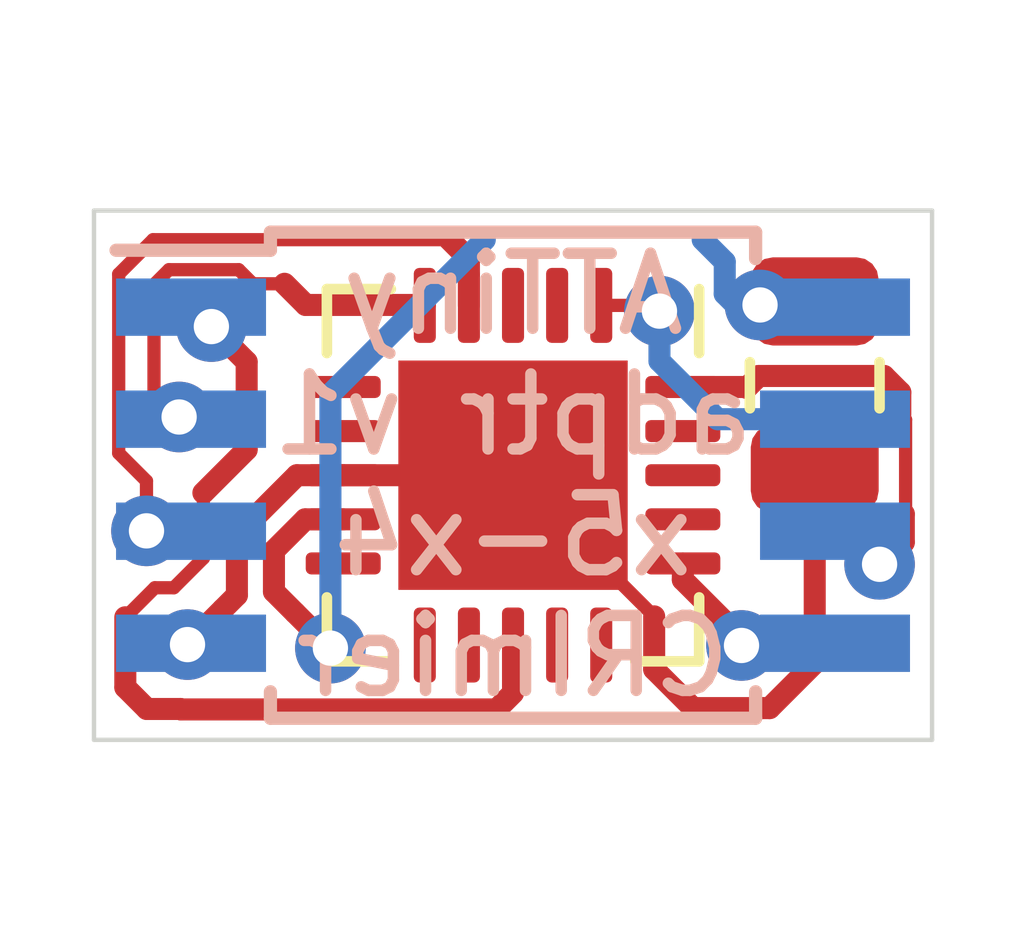
<source format=kicad_pcb>
(kicad_pcb (version 20171130) (host pcbnew 5.1.5+dfsg1-2build2)

  (general
    (thickness 1.6)
    (drawings 5)
    (tracks 94)
    (zones 0)
    (modules 3)
    (nets 21)
  )

  (page A4)
  (layers
    (0 F.Cu signal)
    (31 B.Cu signal)
    (32 B.Adhes user)
    (33 F.Adhes user)
    (34 B.Paste user)
    (35 F.Paste user)
    (36 B.SilkS user)
    (37 F.SilkS user)
    (38 B.Mask user)
    (39 F.Mask user)
    (40 Dwgs.User user)
    (41 Cmts.User user)
    (42 Eco1.User user)
    (43 Eco2.User user)
    (44 Edge.Cuts user)
    (45 Margin user)
    (46 B.CrtYd user)
    (47 F.CrtYd user)
    (48 B.Fab user)
    (49 F.Fab user)
  )

  (setup
    (last_trace_width 0.25)
    (user_trace_width 0.15)
    (trace_clearance 0.17)
    (zone_clearance 0.508)
    (zone_45_only no)
    (trace_min 0.15)
    (via_size 0.8)
    (via_drill 0.4)
    (via_min_size 0.4)
    (via_min_drill 0.3)
    (uvia_size 0.3)
    (uvia_drill 0.1)
    (uvias_allowed no)
    (uvia_min_size 0.2)
    (uvia_min_drill 0.1)
    (edge_width 0.05)
    (segment_width 0.2)
    (pcb_text_width 0.3)
    (pcb_text_size 1.5 1.5)
    (mod_edge_width 0.12)
    (mod_text_size 1 1)
    (mod_text_width 0.15)
    (pad_size 1.524 1.524)
    (pad_drill 0.762)
    (pad_to_mask_clearance 0.051)
    (solder_mask_min_width 0.25)
    (aux_axis_origin 154.75 97)
    (visible_elements FFFFFF7F)
    (pcbplotparams
      (layerselection 0x010fc_ffffffff)
      (usegerberextensions true)
      (usegerberattributes false)
      (usegerberadvancedattributes false)
      (creategerberjobfile false)
      (excludeedgelayer true)
      (linewidth 0.100000)
      (plotframeref false)
      (viasonmask false)
      (mode 1)
      (useauxorigin true)
      (hpglpennumber 1)
      (hpglpenspeed 20)
      (hpglpendiameter 15.000000)
      (psnegative false)
      (psa4output false)
      (plotreference false)
      (plotvalue false)
      (plotinvisibletext false)
      (padsonsilk false)
      (subtractmaskfromsilk true)
      (outputformat 1)
      (mirror false)
      (drillshape 0)
      (scaleselection 1)
      (outputdirectory "gerbers/"))
  )

  (net 0 "")
  (net 1 GND)
  (net 2 MISO+PWM)
  (net 3 "Net-(U1-Pad19)")
  (net 4 "Net-(U1-Pad18)")
  (net 5 "Net-(U1-Pad17)")
  (net 6 MOSI+SDA)
  (net 7 "Net-(U1-Pad15)")
  (net 8 "Net-(U1-Pad14)")
  (net 9 ~RESET)
  (net 10 XTAL2)
  (net 11 XTAL1)
  (net 12 "Net-(U1-Pad10)")
  (net 13 VCC)
  (net 14 "Net-(U1-Pad7)")
  (net 15 "Net-(U1-Pad6)")
  (net 16 A0)
  (net 17 A1)
  (net 18 "Net-(U1-Pad3)")
  (net 19 "Net-(U1-Pad2)")
  (net 20 SCK+SCL)

  (net_class Default "This is the default net class."
    (clearance 0.17)
    (trace_width 0.25)
    (via_dia 0.8)
    (via_drill 0.4)
    (uvia_dia 0.3)
    (uvia_drill 0.1)
    (add_net A0)
    (add_net A1)
    (add_net GND)
    (add_net MISO+PWM)
    (add_net MOSI+SDA)
    (add_net "Net-(U1-Pad10)")
    (add_net "Net-(U1-Pad14)")
    (add_net "Net-(U1-Pad15)")
    (add_net "Net-(U1-Pad17)")
    (add_net "Net-(U1-Pad18)")
    (add_net "Net-(U1-Pad19)")
    (add_net "Net-(U1-Pad2)")
    (add_net "Net-(U1-Pad3)")
    (add_net "Net-(U1-Pad6)")
    (add_net "Net-(U1-Pad7)")
    (add_net SCK+SCL)
    (add_net VCC)
    (add_net XTAL1)
    (add_net XTAL2)
    (add_net ~RESET)
  )

  (module Capacitor_SMD:C_0805_2012Metric (layer F.Cu) (tedit 5F68FEEE) (tstamp 618A35F8)
    (at 153.42 98.98 270)
    (descr "Capacitor SMD 0805 (2012 Metric), square (rectangular) end terminal, IPC_7351 nominal, (Body size source: IPC-SM-782 page 76, https://www.pcb-3d.com/wordpress/wp-content/uploads/ipc-sm-782a_amendment_1_and_2.pdf, https://docs.google.com/spreadsheets/d/1BsfQQcO9C6DZCsRaXUlFlo91Tg2WpOkGARC1WS5S8t0/edit?usp=sharing), generated with kicad-footprint-generator")
    (tags capacitor)
    (path /618C9069)
    (attr smd)
    (fp_text reference C1 (at 0 -1.68 90) (layer F.SilkS) hide
      (effects (font (size 1 1) (thickness 0.15)))
    )
    (fp_text value 100nF (at 0 1.68 90) (layer F.Fab)
      (effects (font (size 1 1) (thickness 0.15)))
    )
    (fp_text user %R (at 0 0 90) (layer F.Fab)
      (effects (font (size 0.5 0.5) (thickness 0.08)))
    )
    (fp_line (start 1.7 0.98) (end -1.7 0.98) (layer F.CrtYd) (width 0.05))
    (fp_line (start 1.7 -0.98) (end 1.7 0.98) (layer F.CrtYd) (width 0.05))
    (fp_line (start -1.7 -0.98) (end 1.7 -0.98) (layer F.CrtYd) (width 0.05))
    (fp_line (start -1.7 0.98) (end -1.7 -0.98) (layer F.CrtYd) (width 0.05))
    (fp_line (start -0.261252 0.735) (end 0.261252 0.735) (layer F.SilkS) (width 0.12))
    (fp_line (start -0.261252 -0.735) (end 0.261252 -0.735) (layer F.SilkS) (width 0.12))
    (fp_line (start 1 0.625) (end -1 0.625) (layer F.Fab) (width 0.1))
    (fp_line (start 1 -0.625) (end 1 0.625) (layer F.Fab) (width 0.1))
    (fp_line (start -1 -0.625) (end 1 -0.625) (layer F.Fab) (width 0.1))
    (fp_line (start -1 0.625) (end -1 -0.625) (layer F.Fab) (width 0.1))
    (pad 2 smd roundrect (at 0.95 0 270) (size 1 1.45) (layers F.Cu F.Paste F.Mask) (roundrect_rratio 0.25)
      (net 1 GND))
    (pad 1 smd roundrect (at -0.95 0 270) (size 1 1.45) (layers F.Cu F.Paste F.Mask) (roundrect_rratio 0.25)
      (net 13 VCC))
    (model ${KISYS3DMOD}/Capacitor_SMD.3dshapes/C_0805_2012Metric.wrl
      (at (xyz 0 0 0))
      (scale (xyz 1 1 1))
      (rotate (xyz 0 0 0))
    )
  )

  (module attiny_x4-x5_adapter:SOIJ-8_5.3x5.3mm_P1.27mm_Flipped (layer F.Cu) (tedit 5A02F2D3) (tstamp 618A18AC)
    (at 150 100)
    (descr "8-Lead Plastic Small Outline (SM) - Medium, 5.28 mm Body [SOIC] (see Microchip Packaging Specification 00000049BS.pdf)")
    (tags "SOIC 1.27")
    (path /618AD33D)
    (attr smd)
    (fp_text reference U2 (at 0 -3.68) (layer B.SilkS) hide
      (effects (font (size 1 1) (thickness 0.15)))
    )
    (fp_text value ATtiny85-20SU (at 0 3.68) (layer B.Fab)
      (effects (font (size 1 1) (thickness 0.15)))
    )
    (fp_line (start -2.75 -2.55) (end -4.5 -2.55) (layer B.SilkS) (width 0.15))
    (fp_line (start -2.75 2.755) (end 2.75 2.755) (layer B.SilkS) (width 0.15))
    (fp_line (start -2.75 -2.755) (end 2.75 -2.755) (layer B.SilkS) (width 0.15))
    (fp_line (start -2.75 2.755) (end -2.75 2.455) (layer B.SilkS) (width 0.15))
    (fp_line (start 2.75 2.755) (end 2.75 2.455) (layer B.SilkS) (width 0.15))
    (fp_line (start 2.75 -2.755) (end 2.75 -2.455) (layer B.SilkS) (width 0.15))
    (fp_line (start -2.75 -2.755) (end -2.75 -2.55) (layer B.SilkS) (width 0.15))
    (fp_line (start -4.75 2.95) (end 4.75 2.95) (layer B.CrtYd) (width 0.05))
    (fp_line (start -4.75 -2.95) (end 4.75 -2.95) (layer B.CrtYd) (width 0.05))
    (fp_line (start 4.75 -2.95) (end 4.75 2.95) (layer B.CrtYd) (width 0.05))
    (fp_line (start -4.75 -2.95) (end -4.75 2.95) (layer B.CrtYd) (width 0.05))
    (fp_line (start -2.65 -1.65) (end -1.65 -2.65) (layer B.Fab) (width 0.15))
    (fp_line (start -2.65 2.65) (end -2.65 -1.65) (layer B.Fab) (width 0.15))
    (fp_line (start 2.65 2.65) (end -2.65 2.65) (layer B.Fab) (width 0.15))
    (fp_line (start 2.65 -2.65) (end 2.65 2.65) (layer B.Fab) (width 0.15))
    (fp_line (start -1.65 -2.65) (end 2.65 -2.65) (layer B.Fab) (width 0.15))
    (fp_text user %R (at 0 0) (layer B.Fab)
      (effects (font (size 1 1) (thickness 0.15)))
    )
    (pad 8 smd rect (at 3.65 -1.905) (size 1.7 0.65) (layers B.Cu B.Paste B.Mask)
      (net 13 VCC))
    (pad 7 smd rect (at 3.65 -0.635) (size 1.7 0.65) (layers B.Cu B.Paste B.Mask)
      (net 20 SCK+SCL))
    (pad 6 smd rect (at 3.65 0.635) (size 1.7 0.65) (layers B.Cu B.Paste B.Mask)
      (net 2 MISO+PWM))
    (pad 5 smd rect (at 3.65 1.905) (size 1.7 0.65) (layers B.Cu B.Paste B.Mask)
      (net 6 MOSI+SDA))
    (pad 4 smd rect (at -3.65 1.905) (size 1.7 0.65) (layers B.Cu B.Paste B.Mask)
      (net 1 GND))
    (pad 3 smd rect (at -3.65 0.635) (size 1.7 0.65) (layers B.Cu B.Paste B.Mask)
      (net 17 A1))
    (pad 2 smd rect (at -3.65 -0.635) (size 1.7 0.65) (layers B.Cu B.Paste B.Mask)
      (net 16 A0))
    (pad 1 smd rect (at -3.65 -1.905) (size 1.7 0.65) (layers B.Cu B.Paste B.Mask)
      (net 9 ~RESET))
  )

  (module Package_DFN_QFN:QFN-20-1EP_4x4mm_P0.5mm_EP2.6x2.6mm (layer F.Cu) (tedit 5DC5F6A3) (tstamp 618A188F)
    (at 150 100 270)
    (descr "QFN, 20 Pin (http://ww1.microchip.com/downloads/en/DeviceDoc/doc2535.pdf#page=164), generated with kicad-footprint-generator ipc_noLead_generator.py")
    (tags "QFN NoLead")
    (path /618B5DB5)
    (attr smd)
    (fp_text reference U1 (at 0 -3.3 90) (layer F.SilkS) hide
      (effects (font (size 1 1) (thickness 0.15)))
    )
    (fp_text value ATtiny84A-MU (at 0 3.3 90) (layer F.Fab)
      (effects (font (size 1 1) (thickness 0.15)))
    )
    (fp_text user %R (at 0 0 90) (layer F.Fab)
      (effects (font (size 1 1) (thickness 0.15)))
    )
    (fp_line (start 2.6 -2.6) (end -2.6 -2.6) (layer F.CrtYd) (width 0.05))
    (fp_line (start 2.6 2.6) (end 2.6 -2.6) (layer F.CrtYd) (width 0.05))
    (fp_line (start -2.6 2.6) (end 2.6 2.6) (layer F.CrtYd) (width 0.05))
    (fp_line (start -2.6 -2.6) (end -2.6 2.6) (layer F.CrtYd) (width 0.05))
    (fp_line (start -2 -1) (end -1 -2) (layer F.Fab) (width 0.1))
    (fp_line (start -2 2) (end -2 -1) (layer F.Fab) (width 0.1))
    (fp_line (start 2 2) (end -2 2) (layer F.Fab) (width 0.1))
    (fp_line (start 2 -2) (end 2 2) (layer F.Fab) (width 0.1))
    (fp_line (start -1 -2) (end 2 -2) (layer F.Fab) (width 0.1))
    (fp_line (start -1.385 -2.11) (end -2.11 -2.11) (layer F.SilkS) (width 0.12))
    (fp_line (start 2.11 2.11) (end 2.11 1.385) (layer F.SilkS) (width 0.12))
    (fp_line (start 1.385 2.11) (end 2.11 2.11) (layer F.SilkS) (width 0.12))
    (fp_line (start -2.11 2.11) (end -2.11 1.385) (layer F.SilkS) (width 0.12))
    (fp_line (start -1.385 2.11) (end -2.11 2.11) (layer F.SilkS) (width 0.12))
    (fp_line (start 2.11 -2.11) (end 2.11 -1.385) (layer F.SilkS) (width 0.12))
    (fp_line (start 1.385 -2.11) (end 2.11 -2.11) (layer F.SilkS) (width 0.12))
    (pad "" smd roundrect (at 0.65 0.65 270) (size 1.05 1.05) (layers F.Paste) (roundrect_rratio 0.238095))
    (pad "" smd roundrect (at 0.65 -0.65 270) (size 1.05 1.05) (layers F.Paste) (roundrect_rratio 0.238095))
    (pad "" smd roundrect (at -0.65 0.65 270) (size 1.05 1.05) (layers F.Paste) (roundrect_rratio 0.238095))
    (pad "" smd roundrect (at -0.65 -0.65 270) (size 1.05 1.05) (layers F.Paste) (roundrect_rratio 0.238095))
    (pad 21 smd rect (at 0 0 270) (size 2.6 2.6) (layers F.Cu F.Mask)
      (net 1 GND))
    (pad 20 smd roundrect (at -1 -1.925 270) (size 0.25 0.85) (layers F.Cu F.Paste F.Mask) (roundrect_rratio 0.25)
      (net 2 MISO+PWM))
    (pad 19 smd roundrect (at -0.5 -1.925 270) (size 0.25 0.85) (layers F.Cu F.Paste F.Mask) (roundrect_rratio 0.25)
      (net 3 "Net-(U1-Pad19)"))
    (pad 18 smd roundrect (at 0 -1.925 270) (size 0.25 0.85) (layers F.Cu F.Paste F.Mask) (roundrect_rratio 0.25)
      (net 4 "Net-(U1-Pad18)"))
    (pad 17 smd roundrect (at 0.5 -1.925 270) (size 0.25 0.85) (layers F.Cu F.Paste F.Mask) (roundrect_rratio 0.25)
      (net 5 "Net-(U1-Pad17)"))
    (pad 16 smd roundrect (at 1 -1.925 270) (size 0.25 0.85) (layers F.Cu F.Paste F.Mask) (roundrect_rratio 0.25)
      (net 6 MOSI+SDA))
    (pad 15 smd roundrect (at 1.925 -1 270) (size 0.85 0.25) (layers F.Cu F.Paste F.Mask) (roundrect_rratio 0.25)
      (net 7 "Net-(U1-Pad15)"))
    (pad 14 smd roundrect (at 1.925 -0.5 270) (size 0.85 0.25) (layers F.Cu F.Paste F.Mask) (roundrect_rratio 0.25)
      (net 8 "Net-(U1-Pad14)"))
    (pad 13 smd roundrect (at 1.925 0 270) (size 0.85 0.25) (layers F.Cu F.Paste F.Mask) (roundrect_rratio 0.25)
      (net 9 ~RESET))
    (pad 12 smd roundrect (at 1.925 0.5 270) (size 0.85 0.25) (layers F.Cu F.Paste F.Mask) (roundrect_rratio 0.25)
      (net 10 XTAL2))
    (pad 11 smd roundrect (at 1.925 1 270) (size 0.85 0.25) (layers F.Cu F.Paste F.Mask) (roundrect_rratio 0.25)
      (net 11 XTAL1))
    (pad 10 smd roundrect (at 1 1.925 270) (size 0.25 0.85) (layers F.Cu F.Paste F.Mask) (roundrect_rratio 0.25)
      (net 12 "Net-(U1-Pad10)"))
    (pad 9 smd roundrect (at 0.5 1.925 270) (size 0.25 0.85) (layers F.Cu F.Paste F.Mask) (roundrect_rratio 0.25)
      (net 13 VCC))
    (pad 8 smd roundrect (at 0 1.925 270) (size 0.25 0.85) (layers F.Cu F.Paste F.Mask) (roundrect_rratio 0.25)
      (net 1 GND))
    (pad 7 smd roundrect (at -0.5 1.925 270) (size 0.25 0.85) (layers F.Cu F.Paste F.Mask) (roundrect_rratio 0.25)
      (net 14 "Net-(U1-Pad7)"))
    (pad 6 smd roundrect (at -1 1.925 270) (size 0.25 0.85) (layers F.Cu F.Paste F.Mask) (roundrect_rratio 0.25)
      (net 15 "Net-(U1-Pad6)"))
    (pad 5 smd roundrect (at -1.925 1 270) (size 0.85 0.25) (layers F.Cu F.Paste F.Mask) (roundrect_rratio 0.25)
      (net 16 A0))
    (pad 4 smd roundrect (at -1.925 0.5 270) (size 0.85 0.25) (layers F.Cu F.Paste F.Mask) (roundrect_rratio 0.25)
      (net 17 A1))
    (pad 3 smd roundrect (at -1.925 0 270) (size 0.85 0.25) (layers F.Cu F.Paste F.Mask) (roundrect_rratio 0.25)
      (net 18 "Net-(U1-Pad3)"))
    (pad 2 smd roundrect (at -1.925 -0.5 270) (size 0.85 0.25) (layers F.Cu F.Paste F.Mask) (roundrect_rratio 0.25)
      (net 19 "Net-(U1-Pad2)"))
    (pad 1 smd roundrect (at -1.925 -1 270) (size 0.85 0.25) (layers F.Cu F.Paste F.Mask) (roundrect_rratio 0.25)
      (net 20 SCK+SCL))
    (model ${KISYS3DMOD}/Package_DFN_QFN.3dshapes/QFN-20-1EP_4x4mm_P0.5mm_EP2.6x2.6mm.wrl
      (at (xyz 0 0 0))
      (scale (xyz 1 1 1))
      (rotate (xyz 0 0 0))
    )
  )

  (gr_text "ATTiny\nadptr v1\nx5-x4\nCRImier" (at 150 100) (layer B.SilkS)
    (effects (font (size 0.85 0.85) (thickness 0.13)) (justify mirror))
  )
  (gr_line (start 154.75 97) (end 145.25 97) (layer Edge.Cuts) (width 0.05) (tstamp 618A2F2B))
  (gr_line (start 154.75 103) (end 154.75 97) (layer Edge.Cuts) (width 0.05))
  (gr_line (start 145.25 103) (end 154.75 103) (layer Edge.Cuts) (width 0.05))
  (gr_line (start 145.25 97) (end 145.25 103) (layer Edge.Cuts) (width 0.05))

  (segment (start 148.075 100) (end 150 100) (width 0.25) (layer F.Cu) (net 1))
  (segment (start 146.710001 101.520001) (end 146.310002 101.92) (width 0.25) (layer F.Cu) (net 1))
  (segment (start 147.550417 100) (end 146.869989 100.680428) (width 0.25) (layer F.Cu) (net 1))
  (segment (start 148.075 100) (end 147.550417 100) (width 0.25) (layer F.Cu) (net 1))
  (via (at 146.310002 101.92) (size 0.8) (drill 0.4) (layers F.Cu B.Cu) (net 1))
  (segment (start 146.869989 101.360013) (end 146.710001 101.520001) (width 0.25) (layer F.Cu) (net 1))
  (segment (start 146.869989 100.680428) (end 146.869989 101.360013) (width 0.25) (layer F.Cu) (net 1))
  (segment (start 150 100) (end 151.6 101.6) (width 0.15) (layer F.Cu) (net 1))
  (segment (start 151.6 102.2) (end 151.6 101.6) (width 0.25) (layer F.Cu) (net 1))
  (segment (start 152.04 102.64) (end 151.6 102.2) (width 0.25) (layer F.Cu) (net 1))
  (segment (start 152.04 102.64) (end 152.82 102.64) (width 0.25) (layer F.Cu) (net 1))
  (segment (start 152.908602 102.64) (end 152.82 102.64) (width 0.25) (layer F.Cu) (net 1))
  (segment (start 153.42 102.128602) (end 152.908602 102.64) (width 0.25) (layer F.Cu) (net 1))
  (segment (start 153.42 99.93) (end 153.42 102.128602) (width 0.25) (layer F.Cu) (net 1))
  (via (at 154.155 101.009998) (size 0.8) (drill 0.4) (layers F.Cu B.Cu) (net 2))
  (segment (start 154.024998 101.009998) (end 153.65 100.635) (width 0.25) (layer B.Cu) (net 2))
  (segment (start 154.155 101.009998) (end 154.024998 101.009998) (width 0.25) (layer B.Cu) (net 2))
  (segment (start 154.180002 101.009998) (end 154.42999 100.76001) (width 0.25) (layer F.Cu) (net 2))
  (segment (start 154.155 101.009998) (end 154.180002 101.009998) (width 0.25) (layer F.Cu) (net 2))
  (segment (start 154.42999 100.43999) (end 154.417881 100.427881) (width 0.25) (layer F.Cu) (net 2))
  (segment (start 154.42999 100.76001) (end 154.42999 100.43999) (width 0.25) (layer F.Cu) (net 2))
  (segment (start 152.64 99) (end 151.925 99) (width 0.25) (layer F.Cu) (net 2))
  (segment (start 152.65 99.01) (end 152.64 99) (width 0.25) (layer F.Cu) (net 2))
  (segment (start 152.785 98.875) (end 152.65 99.01) (width 0.25) (layer F.Cu) (net 2))
  (segment (start 154.205 98.875) (end 152.785 98.875) (width 0.25) (layer F.Cu) (net 2))
  (segment (start 154.39001 99.06001) (end 154.205 98.875) (width 0.25) (layer F.Cu) (net 2))
  (segment (start 154.39001 99.30999) (end 154.39001 99.06001) (width 0.25) (layer F.Cu) (net 2))
  (segment (start 154.45 100.714998) (end 154.155 101.009998) (width 0.15) (layer F.Cu) (net 2))
  (segment (start 154.45 99.36998) (end 154.45 100.714998) (width 0.15) (layer F.Cu) (net 2))
  (segment (start 154.39001 99.30999) (end 154.45 99.36998) (width 0.15) (layer F.Cu) (net 2))
  (segment (start 151.925 101) (end 151.925 101.185) (width 0.25) (layer F.Cu) (net 6))
  (via (at 152.59 101.93) (size 0.8) (drill 0.4) (layers F.Cu B.Cu) (net 6))
  (segment (start 152.59 101.85) (end 152.59 101.93) (width 0.25) (layer F.Cu) (net 6))
  (segment (start 151.925 101.185) (end 152.59 101.85) (width 0.25) (layer F.Cu) (net 6))
  (segment (start 153.625 101.93) (end 153.65 101.905) (width 0.25) (layer B.Cu) (net 6))
  (segment (start 152.59 101.93) (end 153.625 101.93) (width 0.25) (layer B.Cu) (net 6))
  (via (at 146.580681 98.315) (size 0.8) (drill 0.4) (layers F.Cu B.Cu) (net 9))
  (segment (start 146.490012 100.940252) (end 146.490012 100.199988) (width 0.15) (layer F.Cu) (net 9))
  (segment (start 145.939744 101.275652) (end 146.154612 101.275652) (width 0.15) (layer F.Cu) (net 9))
  (segment (start 145.604998 101.610398) (end 145.939744 101.275652) (width 0.15) (layer F.Cu) (net 9))
  (segment (start 146.154612 101.275652) (end 146.490012 100.940252) (width 0.15) (layer F.Cu) (net 9))
  (segment (start 150 102.41) (end 150 102.47) (width 0.15) (layer F.Cu) (net 9))
  (segment (start 150 102.41) (end 150 101.925) (width 0.25) (layer F.Cu) (net 9))
  (segment (start 146.98068 98.714999) (end 146.580681 98.315) (width 0.25) (layer F.Cu) (net 9))
  (segment (start 146.98068 99.70932) (end 146.98068 98.714999) (width 0.25) (layer F.Cu) (net 9))
  (segment (start 146.490012 100.199988) (end 146.98068 99.70932) (width 0.25) (layer F.Cu) (net 9))
  (segment (start 146.23 102.65) (end 146.235001 102.655001) (width 0.25) (layer F.Cu) (net 9))
  (segment (start 149.814999 102.655001) (end 150 102.47) (width 0.25) (layer F.Cu) (net 9))
  (segment (start 146.235001 102.655001) (end 149.814999 102.655001) (width 0.25) (layer F.Cu) (net 9))
  (segment (start 145.85 102.65) (end 146.23 102.65) (width 0.25) (layer F.Cu) (net 9))
  (segment (start 145.604998 102.404998) (end 145.85 102.65) (width 0.25) (layer F.Cu) (net 9))
  (segment (start 145.604998 101.610398) (end 145.604998 102.404998) (width 0.25) (layer F.Cu) (net 9))
  (via (at 147.93 101.96) (size 0.8) (drill 0.4) (layers F.Cu B.Cu) (net 13))
  (segment (start 147.644402 100.5) (end 147.29 100.854402) (width 0.25) (layer F.Cu) (net 13))
  (segment (start 147.29 101.32) (end 147.530001 101.560001) (width 0.25) (layer F.Cu) (net 13))
  (segment (start 148.075 100.5) (end 147.644402 100.5) (width 0.25) (layer F.Cu) (net 13))
  (segment (start 147.29 100.854402) (end 147.29 101.32) (width 0.25) (layer F.Cu) (net 13))
  (segment (start 147.530001 101.560001) (end 147.93 101.96) (width 0.25) (layer F.Cu) (net 13))
  (via (at 152.8 98.07) (size 0.8) (drill 0.4) (layers F.Cu B.Cu) (net 13))
  (segment (start 153.71 98.04) (end 152.83 98.04) (width 0.25) (layer F.Cu) (net 13))
  (segment (start 152.83 98.04) (end 152.8 98.07) (width 0.25) (layer F.Cu) (net 13))
  (segment (start 152.8 98.07) (end 153.65 98.095) (width 0.25) (layer B.Cu) (net 13))
  (segment (start 152.15 97.33) (end 152.4 97.58) (width 0.25) (layer B.Cu) (net 13))
  (segment (start 147.93 101.96) (end 147.93 99.08) (width 0.25) (layer B.Cu) (net 13))
  (segment (start 147.93 99.08) (end 149.68 97.33) (width 0.25) (layer B.Cu) (net 13))
  (segment (start 152.4 97.58) (end 152.4 97.945) (width 0.25) (layer B.Cu) (net 13))
  (segment (start 152.4 97.945) (end 152.55 98.095) (width 0.25) (layer B.Cu) (net 13))
  (segment (start 152.55 98.095) (end 152.8 98.07) (width 0.25) (layer B.Cu) (net 13))
  (via (at 146.215 99.34) (size 0.8) (drill 0.4) (layers F.Cu B.Cu) (net 16))
  (segment (start 145.93 99.055) (end 146.215 99.34) (width 0.15) (layer F.Cu) (net 16))
  (segment (start 145.93 97.84) (end 145.93 99.055) (width 0.15) (layer F.Cu) (net 16))
  (segment (start 146.1 97.67) (end 145.93 97.84) (width 0.15) (layer F.Cu) (net 16))
  (segment (start 148.875 98.075) (end 148.87 98.07) (width 0.25) (layer F.Cu) (net 16))
  (segment (start 149 98.075) (end 148.875 98.075) (width 0.25) (layer F.Cu) (net 16))
  (segment (start 148.87 98.07) (end 147.65 98.07) (width 0.25) (layer F.Cu) (net 16))
  (segment (start 147.65 98.07) (end 147.41 97.83) (width 0.25) (layer F.Cu) (net 16))
  (segment (start 146.890283 97.67) (end 146.1 97.67) (width 0.15) (layer F.Cu) (net 16))
  (segment (start 147.050283 97.83) (end 146.890283 97.67) (width 0.15) (layer F.Cu) (net 16))
  (segment (start 147.41 97.83) (end 147.050283 97.83) (width 0.15) (layer F.Cu) (net 16))
  (via (at 145.84501 100.63065) (size 0.8) (drill 0.4) (layers F.Cu B.Cu) (net 17))
  (segment (start 145.84501 100.064965) (end 145.84501 100.63065) (width 0.15) (layer F.Cu) (net 17))
  (segment (start 149.3 97.33) (end 145.92 97.33) (width 0.15) (layer F.Cu) (net 17))
  (segment (start 145.53 97.72) (end 145.53 99.749955) (width 0.15) (layer F.Cu) (net 17))
  (segment (start 145.53 99.749955) (end 145.84501 100.064965) (width 0.15) (layer F.Cu) (net 17))
  (segment (start 145.92 97.33) (end 145.53 97.72) (width 0.15) (layer F.Cu) (net 17))
  (segment (start 149.5 97.55) (end 149.28 97.33) (width 0.25) (layer F.Cu) (net 17))
  (segment (start 149.5 98.075) (end 149.5 97.55) (width 0.25) (layer F.Cu) (net 17))
  (segment (start 149.28 97.33) (end 149.3 97.33) (width 0.15) (layer F.Cu) (net 17))
  (via (at 151.66 98.14) (size 0.8) (drill 0.4) (layers F.Cu B.Cu) (net 20))
  (segment (start 151 98.075) (end 151.595 98.075) (width 0.15) (layer F.Cu) (net 20))
  (segment (start 151.595 98.075) (end 151.66 98.14) (width 0.15) (layer F.Cu) (net 20))
  (segment (start 153.65 99.365) (end 152.319315 99.365) (width 0.25) (layer B.Cu) (net 20))
  (segment (start 152.319315 99.365) (end 151.66 98.705685) (width 0.25) (layer B.Cu) (net 20))
  (segment (start 151.66 98.705685) (end 151.66 98.14) (width 0.25) (layer B.Cu) (net 20))

)

</source>
